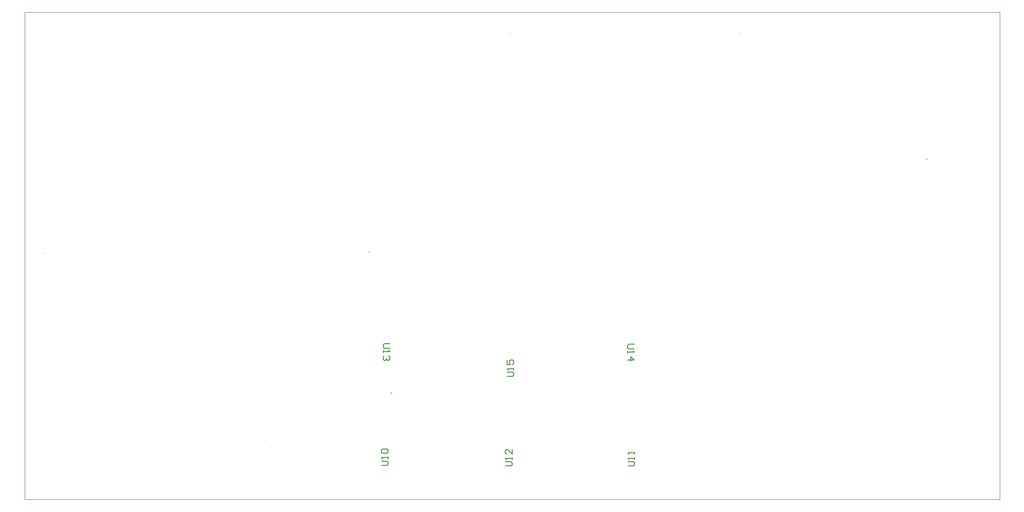
<source format=gm1>
%FSTAX23Y23*%
%MOIN*%
%SFA1B1*%

%IPPOS*%
%ADD19C,0.002360*%
%ADD20C,0.004720*%
%ADD21C,0.002700*%
%ADD93C,0.005910*%
%LN6502_carrier-1*%
%LPD*%
G54D19*
X06814Y04405D02*
D01*
X06814Y04405*
X06814Y04405*
X06814Y04405*
X06814Y04405*
X06814Y04405*
X06814Y04405*
X06814Y04405*
X06814Y04406*
X06814Y04406*
X06814Y04406*
X06814Y04406*
X06814Y04406*
X06814Y04406*
X06814Y04406*
X06813Y04406*
X06813Y04406*
X06813Y04406*
X06813Y04406*
X06813Y04406*
X06813Y04406*
X06813Y04406*
X06813Y04406*
X06813*
X06813Y04406*
X06813Y04406*
X06813Y04406*
X06812Y04406*
X06812Y04406*
X06812Y04406*
X06812Y04406*
X06812Y04406*
X06812Y04406*
X06812Y04406*
X06812Y04406*
X06812Y04406*
X06812Y04406*
X06812Y04406*
X06812Y04405*
X06812Y04405*
X06812Y04405*
X06812Y04405*
X06812Y04405*
X06812Y04405*
X06812Y04405*
X06812Y04405*
X06812Y04405*
X06812Y04405*
X06812Y04405*
X06812Y04405*
X06812Y04405*
X06812Y04404*
X06812Y04404*
X06812Y04404*
X06812Y04404*
X06812Y04404*
X06812Y04404*
X06812Y04404*
X06812Y04404*
X06812Y04404*
X06812Y04404*
X06812Y04404*
X06812Y04404*
X06812Y04404*
X06813Y04404*
X06813Y04404*
X06813Y04404*
X06813Y04404*
X06813*
X06813Y04404*
X06813Y04404*
X06813Y04404*
X06813Y04404*
X06813Y04404*
X06813Y04404*
X06813Y04404*
X06814Y04404*
X06814Y04404*
X06814Y04404*
X06814Y04404*
X06814Y04404*
X06814Y04404*
X06814Y04404*
X06814Y04404*
X06814Y04404*
X06814Y04405*
X06814Y04405*
X06814Y04405*
X06814Y04405*
X06814Y04405*
X06814Y04405*
X0815Y03507D02*
D01*
X0815Y03507*
X0815Y03507*
X0815Y03507*
X0815Y03507*
X08149Y03507*
X08149Y03507*
X08149Y03507*
X08149Y03507*
X08149Y03507*
X08149Y03507*
X08149Y03508*
X08149Y03508*
X08149Y03508*
X08149Y03508*
X08149Y03508*
X08149Y03508*
X08149Y03508*
X08149Y03508*
X08149Y03508*
X08149Y03508*
X08149Y03508*
X08148Y03508*
X08148*
X08148Y03508*
X08148Y03508*
X08148Y03508*
X08148Y03508*
X08148Y03508*
X08148Y03508*
X08148Y03508*
X08148Y03508*
X08148Y03508*
X08148Y03508*
X08148Y03508*
X08147Y03507*
X08147Y03507*
X08147Y03507*
X08147Y03507*
X08147Y03507*
X08147Y03507*
X08147Y03507*
X08147Y03507*
X08147Y03507*
X08147Y03507*
X08147Y03507*
X08147Y03507*
X08147Y03507*
X08147Y03506*
X08147Y03506*
X08147Y03506*
X08147Y03506*
X08147Y03506*
X08147Y03506*
X08147Y03506*
X08147Y03506*
X08148Y03506*
X08148Y03506*
X08148Y03506*
X08148Y03506*
X08148Y03506*
X08148Y03506*
X08148Y03506*
X08148Y03506*
X08148Y03506*
X08148Y03506*
X08148Y03506*
X08148Y03506*
X08148*
X08149Y03506*
X08149Y03506*
X08149Y03506*
X08149Y03506*
X08149Y03506*
X08149Y03506*
X08149Y03506*
X08149Y03506*
X08149Y03506*
X08149Y03506*
X08149Y03506*
X08149Y03506*
X08149Y03506*
X08149Y03506*
X08149Y03506*
X08149Y03506*
X08149Y03506*
X0815Y03506*
X0815Y03506*
X0815Y03507*
X0815Y03507*
X0815Y03507*
X05169Y04404D02*
D01*
X05169Y04404*
X05169Y04404*
X05169Y04404*
X05169Y04404*
X05169Y04404*
X05169Y04404*
X05169Y04404*
X05169Y04405*
X05169Y04405*
X05169Y04405*
X05169Y04405*
X05169Y04405*
X05169Y04405*
X05169Y04405*
X05168Y04405*
X05168Y04405*
X05168Y04405*
X05168Y04405*
X05168Y04405*
X05168Y04405*
X05168Y04405*
X05168Y04405*
X05168*
X05168Y04405*
X05168Y04405*
X05168Y04405*
X05167Y04405*
X05167Y04405*
X05167Y04405*
X05167Y04405*
X05167Y04405*
X05167Y04405*
X05167Y04405*
X05167Y04405*
X05167Y04405*
X05167Y04405*
X05167Y04405*
X05167Y04404*
X05167Y04404*
X05167Y04404*
X05167Y04404*
X05167Y04404*
X05167Y04404*
X05167Y04404*
X05167Y04404*
X05167Y04404*
X05167Y04404*
X05167Y04404*
X05167Y04404*
X05167Y04404*
X05167Y04403*
X05167Y04403*
X05167Y04403*
X05167Y04403*
X05167Y04403*
X05167Y04403*
X05167Y04403*
X05167Y04403*
X05167Y04403*
X05167Y04403*
X05167Y04403*
X05167Y04403*
X05167Y04403*
X05168Y04403*
X05168Y04403*
X05168Y04403*
X05168Y04403*
X05168*
X05168Y04403*
X05168Y04403*
X05168Y04403*
X05168Y04403*
X05168Y04403*
X05168Y04403*
X05168Y04403*
X05169Y04403*
X05169Y04403*
X05169Y04403*
X05169Y04403*
X05169Y04403*
X05169Y04403*
X05169Y04403*
X05169Y04403*
X05169Y04403*
X05169Y04404*
X05169Y04404*
X05169Y04404*
X05169Y04404*
X05169Y04404*
X05169Y04404*
X01856Y02834D02*
D01*
X01856Y02834*
X01856Y02834*
X01856Y02834*
X01856Y02834*
X01856Y02834*
X01856Y02835*
X01856Y02835*
X01856Y02835*
X01855Y02835*
X01855Y02835*
X01855Y02835*
X01855Y02835*
X01855Y02835*
X01855Y02835*
X01855Y02835*
X01855Y02835*
X01855Y02835*
X01855Y02835*
X01855Y02835*
X01855Y02835*
X01855Y02835*
X01855Y02835*
X01854*
X01854Y02835*
X01854Y02835*
X01854Y02835*
X01854Y02835*
X01854Y02835*
X01854Y02835*
X01854Y02835*
X01854Y02835*
X01854Y02835*
X01854Y02835*
X01854Y02835*
X01854Y02835*
X01854Y02835*
X01853Y02835*
X01853Y02835*
X01853Y02835*
X01853Y02834*
X01853Y02834*
X01853Y02834*
X01853Y02834*
X01853Y02834*
X01853Y02834*
X01853Y02834*
X01853Y02834*
X01853Y02834*
X01853Y02834*
X01853Y02834*
X01853Y02834*
X01853Y02834*
X01853Y02833*
X01854Y02833*
X01854Y02833*
X01854Y02833*
X01854Y02833*
X01854Y02833*
X01854Y02833*
X01854Y02833*
X01854Y02833*
X01854Y02833*
X01854Y02833*
X01854Y02833*
X01854Y02833*
X01854Y02833*
X01854Y02833*
X01855*
X01855Y02833*
X01855Y02833*
X01855Y02833*
X01855Y02833*
X01855Y02833*
X01855Y02833*
X01855Y02833*
X01855Y02833*
X01855Y02833*
X01855Y02833*
X01855Y02833*
X01855Y02833*
X01855Y02833*
X01856Y02833*
X01856Y02834*
X01856Y02834*
X01856Y02834*
X01856Y02834*
X01856Y02834*
X01856Y02834*
X01856Y02834*
X01856Y02834*
X04171Y02844D02*
D01*
X04171Y02844*
X04171Y02844*
X04171Y02844*
X04171Y02844*
X04171Y02844*
X04171Y02845*
X04171Y02845*
X04171Y02845*
X0417Y02845*
X0417Y02845*
X0417Y02845*
X0417Y02845*
X0417Y02845*
X0417Y02845*
X0417Y02845*
X0417Y02845*
X0417Y02845*
X0417Y02845*
X0417Y02845*
X0417Y02845*
X0417Y02845*
X0417Y02845*
X04169*
X04169Y02845*
X04169Y02845*
X04169Y02845*
X04169Y02845*
X04169Y02845*
X04169Y02845*
X04169Y02845*
X04169Y02845*
X04169Y02845*
X04169Y02845*
X04169Y02845*
X04169Y02845*
X04169Y02845*
X04168Y02845*
X04168Y02845*
X04168Y02845*
X04168Y02844*
X04168Y02844*
X04168Y02844*
X04168Y02844*
X04168Y02844*
X04168Y02844*
X04168Y02844*
X04168Y02844*
X04168Y02844*
X04168Y02844*
X04168Y02844*
X04168Y02844*
X04168Y02844*
X04168Y02843*
X04169Y02843*
X04169Y02843*
X04169Y02843*
X04169Y02843*
X04169Y02843*
X04169Y02843*
X04169Y02843*
X04169Y02843*
X04169Y02843*
X04169Y02843*
X04169Y02843*
X04169Y02843*
X04169Y02843*
X04169Y02843*
X0417*
X0417Y02843*
X0417Y02843*
X0417Y02843*
X0417Y02843*
X0417Y02843*
X0417Y02843*
X0417Y02843*
X0417Y02843*
X0417Y02843*
X0417Y02843*
X0417Y02843*
X0417Y02843*
X0417Y02843*
X04171Y02843*
X04171Y02844*
X04171Y02844*
X04171Y02844*
X04171Y02844*
X04171Y02844*
X04171Y02844*
X04171Y02844*
X04171Y02844*
X03426Y01495D02*
D01*
X03426Y01495*
X03426Y01495*
X03426Y01495*
X03426Y01495*
X03426Y01495*
X03426Y01496*
X03426Y01496*
X03426Y01496*
X03425Y01496*
X03425Y01496*
X03425Y01496*
X03425Y01496*
X03425Y01496*
X03425Y01496*
X03425Y01496*
X03425Y01496*
X03425Y01496*
X03425Y01496*
X03425Y01496*
X03425Y01496*
X03425Y01496*
X03425Y01496*
X03424*
X03424Y01496*
X03424Y01496*
X03424Y01496*
X03424Y01496*
X03424Y01496*
X03424Y01496*
X03424Y01496*
X03424Y01496*
X03424Y01496*
X03424Y01496*
X03424Y01496*
X03424Y01496*
X03424Y01496*
X03423Y01496*
X03423Y01496*
X03423Y01496*
X03423Y01495*
X03423Y01495*
X03423Y01495*
X03423Y01495*
X03423Y01495*
X03423Y01495*
X03423Y01495*
X03423Y01495*
X03423Y01495*
X03423Y01495*
X03423Y01495*
X03423Y01495*
X03423Y01494*
X03423Y01494*
X03424Y01494*
X03424Y01494*
X03424Y01494*
X03424Y01494*
X03424Y01494*
X03424Y01494*
X03424Y01494*
X03424Y01494*
X03424Y01494*
X03424Y01494*
X03424Y01494*
X03424Y01494*
X03424Y01494*
X03424Y01494*
X03425*
X03425Y01494*
X03425Y01494*
X03425Y01494*
X03425Y01494*
X03425Y01494*
X03425Y01494*
X03425Y01494*
X03425Y01494*
X03425Y01494*
X03425Y01494*
X03425Y01494*
X03425Y01494*
X03425Y01494*
X03426Y01494*
X03426Y01494*
X03426Y01495*
X03426Y01495*
X03426Y01495*
X03426Y01495*
X03426Y01495*
X03426Y01495*
X03426Y01495*
G54D20*
X0433Y01832D02*
D01*
X0433Y01832*
X0433Y01833*
X0433Y01833*
X04329Y01833*
X04329Y01833*
X04329Y01833*
X04329Y01833*
X04329Y01833*
X04329Y01834*
X04329Y01834*
X04329Y01834*
X04329Y01834*
X04329Y01834*
X04329Y01834*
X04328Y01834*
X04328Y01834*
X04328Y01834*
X04328Y01834*
X04328Y01834*
X04328Y01835*
X04327Y01835*
X04327Y01835*
X04327*
X04327Y01835*
X04327Y01835*
X04327Y01834*
X04326Y01834*
X04326Y01834*
X04326Y01834*
X04326Y01834*
X04326Y01834*
X04326Y01834*
X04326Y01834*
X04326Y01834*
X04325Y01834*
X04325Y01834*
X04325Y01833*
X04325Y01833*
X04325Y01833*
X04325Y01833*
X04325Y01833*
X04325Y01833*
X04325Y01833*
X04325Y01832*
X04325Y01832*
X04325Y01832*
X04325Y01832*
X04325Y01832*
X04325Y01832*
X04325Y01831*
X04325Y01831*
X04325Y01831*
X04325Y01831*
X04325Y01831*
X04325Y01831*
X04326Y01831*
X04326Y0183*
X04326Y0183*
X04326Y0183*
X04326Y0183*
X04326Y0183*
X04326Y0183*
X04326Y0183*
X04327Y0183*
X04327Y0183*
X04327Y0183*
X04327Y0183*
X04327*
X04327Y0183*
X04328Y0183*
X04328Y0183*
X04328Y0183*
X04328Y0183*
X04328Y0183*
X04328Y0183*
X04329Y0183*
X04329Y0183*
X04329Y0183*
X04329Y01831*
X04329Y01831*
X04329Y01831*
X04329Y01831*
X04329Y01831*
X04329Y01831*
X04329Y01831*
X04329Y01832*
X0433Y01832*
X0433Y01832*
X0433Y01832*
X0433Y01832*
G54D21*
X0867Y0107D02*
Y04555D01*
X0171D02*
X0867D01*
X0171Y0107D02*
Y04555D01*
Y0107D02*
X0867D01*
G54D93*
X05154Y0195D02*
X05194D01*
X05202Y01957*
Y01973*
X05194Y01981*
X05154*
X05202Y01997D02*
Y02012D01*
Y02005*
X05154*
X05162Y01997*
X05154Y02068D02*
Y02036D01*
X05178*
X0517Y02052*
Y0206*
X05178Y02068*
X05194*
X05202Y0206*
Y02044*
X05194Y02036*
X06062Y0218D02*
X06023D01*
X06015Y02172*
Y02156*
X06023Y02148*
X06062*
X06015Y02132D02*
Y02117D01*
Y02124*
X06062*
X06055Y02132*
X06015Y02069D02*
X06062D01*
X06039Y02093*
Y02061*
X04317Y02185D02*
X04277D01*
X0427Y02177*
Y02161*
X04277Y02153*
X04317*
X0427Y02137D02*
Y02122D01*
Y02129*
X04317*
X04309Y02137*
Y02098D02*
X04317Y0209D01*
Y02074*
X04309Y02066*
X04301*
X04293Y02074*
Y02082*
Y02074*
X04285Y02066*
X04277*
X0427Y02074*
Y0209*
X04277Y02098*
X06017Y0131D02*
X06057D01*
X06065Y01317*
Y01333*
X06057Y01341*
X06017*
X06065Y01357D02*
Y01372D01*
Y01365*
X06017*
X06025Y01357*
X06065Y01396D02*
Y01412D01*
Y01404*
X06017*
X06025Y01396*
X05142Y0131D02*
X05182D01*
X0519Y01317*
Y01333*
X05182Y01341*
X05142*
X0519Y01357D02*
Y01372D01*
Y01365*
X05142*
X0515Y01357*
X0519Y01428D02*
Y01396D01*
X05158Y01428*
X0515*
X05142Y0142*
Y01404*
X0515Y01396*
X04257Y01315D02*
X04297D01*
X04305Y01322*
Y01338*
X04297Y01346*
X04257*
X04305Y01362D02*
Y01377D01*
Y0137*
X04257*
X04265Y01362*
Y01401D02*
X04257Y01409D01*
Y01425*
X04265Y01433*
X04297*
X04305Y01425*
Y01409*
X04297Y01401*
X04265*
M02*
</source>
